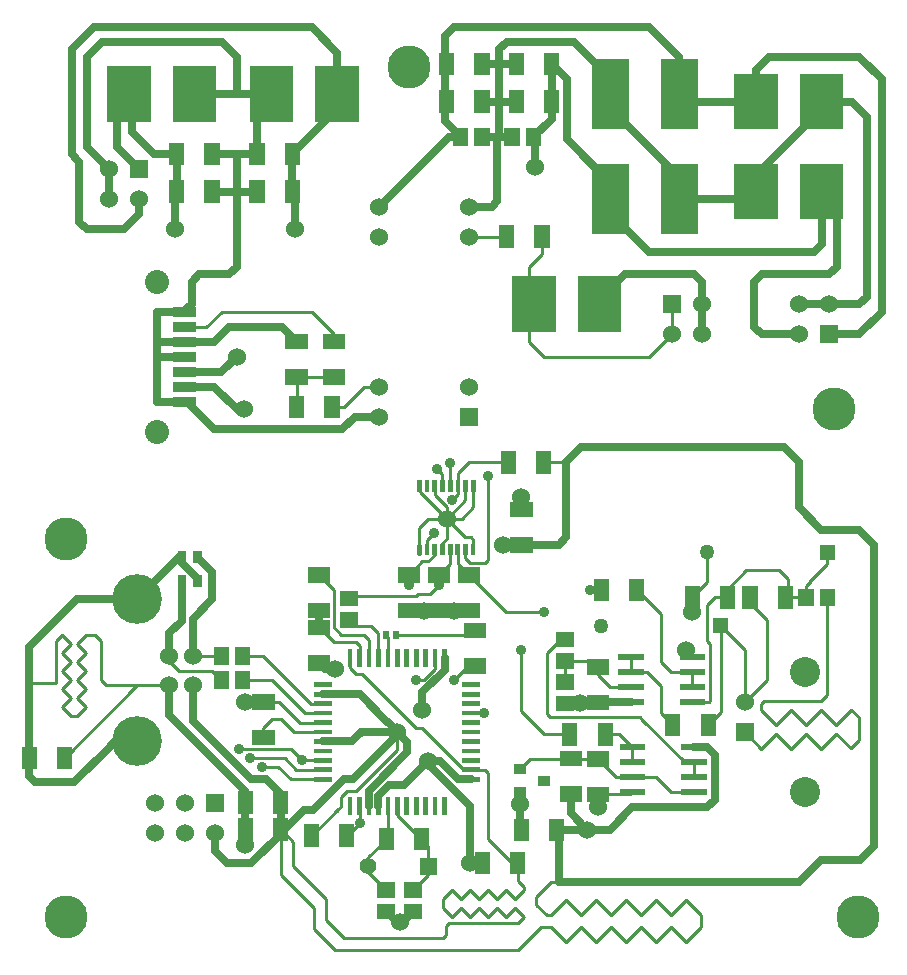
<source format=gbr>
G04 start of page 2 for group 0 idx 0 *
G04 Title: (unknown), component *
G04 Creator: pcb 1.99z *
G04 CreationDate: Tue 15 Oct 2013 04:12:06 PM GMT UTC *
G04 For: commonadmin *
G04 Format: Gerber/RS-274X *
G04 PCB-Dimensions: 600000 500000 *
G04 PCB-Coordinate-Origin: lower left *
%MOIN*%
%FSLAX25Y25*%
%LNTOP*%
%ADD41C,0.0590*%
%ADD40C,0.0380*%
%ADD39C,0.0905*%
%ADD38C,0.0280*%
%ADD37C,0.0300*%
%ADD36C,0.0810*%
%ADD35C,0.1181*%
%ADD34C,0.0200*%
%ADD33C,0.0350*%
%ADD32C,0.1437*%
%ADD31C,0.0360*%
%ADD30R,0.0200X0.0200*%
%ADD29R,0.0340X0.0340*%
%ADD28R,0.0350X0.0350*%
%ADD27R,0.0295X0.0295*%
%ADD26R,0.1230X0.1230*%
%ADD25R,0.0197X0.0197*%
%ADD24R,0.1450X0.1450*%
%ADD23R,0.0160X0.0160*%
%ADD22C,0.0160*%
%ADD21R,0.0157X0.0157*%
%ADD20R,0.0512X0.0512*%
%ADD19C,0.0800*%
%ADD18C,0.0550*%
%ADD17C,0.1660*%
%ADD16C,0.1000*%
%ADD15C,0.0600*%
%ADD14C,0.0500*%
%ADD13C,0.0001*%
%ADD12C,0.0250*%
%ADD11C,0.0100*%
G54D11*X155323Y340446D02*Y333346D01*
X160323Y315746D02*Y343746D01*
X155323Y333346D02*X151423Y329446D01*
X146423Y333446D02*Y331446D01*
X148523Y329446D02*X148323D01*
X148223D02*X148123D01*
X146423Y329546D02*Y322946D01*
X133823Y307346D02*Y310846D01*
X143823Y307346D02*Y310846D01*
X138323Y315346D02*X133823Y310846D01*
X147623Y314646D02*X143823Y310846D01*
X140223Y329446D02*X144723D01*
X142423Y319246D02*Y317446D01*
X140323Y315346D01*
X142323Y324846D02*X141423D01*
X145023Y321546D02*X146423Y322946D01*
X139923Y319246D02*Y322446D01*
X142323Y324846D01*
X140323Y315346D02*X138323D01*
X147623Y319246D02*Y314646D01*
X150123Y319246D02*Y314546D01*
X160323Y315746D02*X160223D01*
X159323Y314846D01*
X154323D01*
X152723Y319246D02*Y316446D01*
X154323Y314846D02*X152723Y316446D01*
X154323Y290846D02*X155823Y292346D01*
Y280537D02*X153513D01*
X148823Y275846D01*
X152723Y340446D02*Y335746D01*
X147423Y330446D02*X152723Y335746D01*
X150223Y337746D02*X148323Y335846D01*
X137423Y340446D02*Y338446D01*
X145423Y330446D01*
X142523Y340446D02*Y337346D01*
X146423Y333446D02*X142523Y337346D01*
X145023Y344546D02*Y340446D01*
X147623Y348246D02*Y340446D01*
X145023Y344546D02*X143323Y346246D01*
X143573Y345996D01*
X150223Y337746D02*Y344746D01*
X146323Y190746D02*X145323Y189746D01*
X151323Y202746D02*X148323Y205746D01*
X145323Y199746D02*X148323Y196746D01*
X151323Y199746D01*
X154323Y196746D01*
X147323Y194746D02*X146323Y193746D01*
Y190746D01*
X169323Y202746D02*X166323Y205746D01*
X163323Y202746D01*
X160323Y205746D01*
X169323Y202746D02*X172323Y205746D01*
X154323Y196746D02*X157323Y199746D01*
X160323Y196746D01*
X163323Y199746D01*
X166323Y196746D01*
X169323Y199746D01*
X172323Y196746D01*
X170323Y194746D01*
X147323D01*
X160323Y222746D02*Y244746D01*
X154693Y245895D02*X159174D01*
X160323Y244746D02*X159174Y245895D01*
X181323Y193346D02*X186323Y188346D01*
X191323Y193346D01*
X196323Y188346D01*
X211323Y197346D02*X206323Y202346D01*
X201323Y197346D01*
X196323Y202346D01*
X191323Y197346D01*
X186323Y202346D01*
X181323Y197346D01*
X179823D01*
X176323Y200846D01*
Y203346D01*
X181323Y208346D02*X176323Y203346D01*
X183823Y208346D02*X181323D01*
Y193346D02*X177923D01*
X170323Y185746D02*X177923Y193346D01*
X160323Y205746D02*X157323Y202746D01*
X154323Y205746D01*
X151323Y202746D01*
G54D12*X158323Y214746D02*Y216746D01*
G54D11*X172323Y205746D02*Y206746D01*
X170323Y208746D01*
Y214556D01*
X170133Y214746D01*
X168323D01*
X160323Y222746D01*
G54D12*X170823Y226346D02*X171323Y225846D01*
X170823Y238346D02*Y226346D01*
G54D11*X174333Y249656D02*X170823Y246146D01*
G54D12*X183823Y208346D02*Y225156D01*
X183133Y225846D01*
X200823D02*X208323Y233346D01*
G54D11*X207698Y237720D02*X208323Y238346D01*
X196381Y249656D02*X174333D01*
X196381D02*X196507Y249530D01*
X196807D02*X196117D01*
X202991Y243346D02*X196807Y249530D01*
G54D12*X187823Y231346D02*X193323Y225846D01*
X187823Y237846D02*Y231346D01*
X196823Y237705D02*X196807Y237720D01*
G54D11*X197433Y238346D02*X196807Y237720D01*
G54D12*X196823Y233346D02*Y237705D01*
G54D11*X196807Y237720D02*X207698D01*
X196323Y188346D02*X201323Y193346D01*
X206323Y188346D01*
X211323Y193346D01*
X216323Y188346D01*
X221323Y193346D01*
Y197346D02*X216323Y202346D01*
X211323Y197346D01*
X221323Y193346D02*X226323Y188346D01*
Y202346D02*X221323Y197346D01*
X226323Y188346D02*X231323Y193346D01*
Y197346D02*X226323Y202346D01*
X231323Y193346D02*Y197346D01*
G54D12*X284323Y215846D02*X288823Y220346D01*
X271323Y215846D02*X284323D01*
X263823Y208346D02*X271323Y215846D01*
X183823Y208346D02*X263823D01*
X200823Y225846D02*X183133D01*
G54D11*X251323Y267846D02*X252323Y268846D01*
X251323Y265846D02*Y267846D01*
X256323Y260846D02*X251323Y265846D01*
X245823Y268346D02*X253323Y275846D01*
X276323Y260846D02*X271323Y265846D01*
Y268846D02*X273323Y270846D01*
X281323Y265846D02*X276323Y260846D01*
X281323Y265846D02*X283823Y263346D01*
Y255846D01*
X281073Y253096D01*
X276323Y257846D01*
G54D12*X288823Y220346D02*Y320846D01*
G54D11*X271323Y252846D02*X276323Y257846D01*
X266323D02*X271323Y252846D01*
X261323D02*X266323Y257846D01*
X256323D02*X261323Y252846D01*
X251323D02*X256323Y257846D01*
X245823Y258346D02*X251323Y252846D01*
X261323Y265846D02*X256323Y260846D01*
X266323D02*X261323Y265846D01*
X271323D02*X266323Y260846D01*
X252323Y268846D02*X271323D01*
X234323D02*Y287846D01*
X237823Y293846D02*Y265037D01*
X228323Y273346D02*Y278346D01*
X234323Y287846D02*X233323Y288846D01*
X217823Y281846D02*Y297846D01*
X228323Y278346D02*X221323D01*
X213323D02*X217823Y273846D01*
X207823Y278346D02*X213323D01*
X207823D02*Y283346D01*
X245823Y285846D02*X237823Y293846D01*
X247513Y301656D02*X253323Y295846D01*
Y275846D01*
X273323Y270846D02*Y303346D01*
X245823Y268346D02*Y285846D01*
X233323Y300846D02*Y288846D01*
X179823Y284846D02*Y264346D01*
X184219Y289243D02*X179823Y284846D01*
X185823Y289243D02*X184219D01*
X185823Y275156D02*Y282156D01*
G54D12*X185745Y289320D02*X185823Y289243D01*
G54D11*X198013Y305846D02*X194323D01*
G54D12*X207823Y268346D02*X186099D01*
G54D11*X196823Y280156D02*Y277346D01*
X194823Y282156D02*X196823Y280156D01*
X185823Y282156D02*X194823D01*
X200823Y273346D02*X196823Y277346D01*
X207823Y273346D02*X200823D01*
G54D12*X186099Y268346D02*X185823Y268070D01*
G54D11*X187498Y257720D02*X178949D01*
X171323Y265346D02*X178949Y257720D01*
X171323Y270846D02*Y285846D01*
Y265346D02*Y271346D01*
X179823Y264346D02*X180823Y263346D01*
X210823D01*
X221323Y278346D02*X217823Y281846D01*
Y264846D02*X221823Y260846D01*
X217823Y273846D02*Y264846D01*
X233823Y268346D02*X234323Y268846D01*
X228323Y268346D02*X233823D01*
X237823Y265037D02*X233633Y260846D01*
G54D12*X233323Y253346D02*X228823D01*
X235823Y250846D02*X233323Y253346D01*
X235823Y235846D02*Y250846D01*
X233323Y233346D02*X235823Y235846D01*
X208323Y233346D02*X233323D01*
G54D11*X225823Y248346D02*X211323Y262846D01*
X228823Y248346D02*X225823D01*
X228823D02*Y243346D01*
X210823Y263346D02*X211573Y262596D01*
X216181Y243346D02*X221181Y238346D01*
X228823D02*X221181D01*
X202991Y243346D02*X216181D01*
X208323Y253346D02*Y248346D01*
X203949Y257720D02*X208323Y253346D01*
X199307Y257720D02*X203949D01*
X147423Y328446D02*X152423Y323446D01*
X148423Y329446D02*X151423D01*
X153823Y348346D02*X150223Y344746D01*
X155223Y322646D02*Y319246D01*
Y322646D02*X154423Y323446D01*
X152423D02*X154423D01*
X137323Y326546D02*X140223Y329446D01*
X137323Y325346D02*Y319246D01*
X145023Y321546D02*Y319246D01*
X137323Y326546D02*Y325246D01*
G54D12*X165323Y320846D02*X171323D01*
X186323Y323346D02*X183823Y320846D01*
X165323D01*
X186323Y348346D02*Y323346D01*
G54D11*Y348346D02*X178823D01*
G54D12*X263823D02*X258823Y353346D01*
X191323D01*
X186323Y348346D01*
G54D11*X167013D02*X153823D01*
G54D12*X263823Y333346D02*Y348346D01*
X271323Y325846D02*X263823Y333346D01*
X283823Y325846D02*X271323D01*
X288823Y320846D02*X283823Y325846D01*
G54D11*X217823Y297846D02*X209823Y305846D01*
X240133Y303346D02*Y306156D01*
X233323Y308346D02*X228323Y303346D01*
X233323Y318346D02*Y308346D01*
X240133Y303346D02*X235823D01*
X233323Y300846D01*
X143823Y307346D02*X140823Y304346D01*
X136823D01*
X136323Y303846D01*
X178823Y298346D02*X166323D01*
G54D12*X153633Y298846D02*X144013D01*
X143823Y299037D01*
X143633Y298846D02*X143823Y299037D01*
G54D11*X150123Y314546D02*X166323Y298346D01*
G54D12*X153633Y298846D02*X153823Y299037D01*
G54D11*X240133Y306156D02*X246323Y312346D01*
X249323D02*X246323D01*
X257323D02*X249133D01*
X260323Y309346D02*X257323Y312346D01*
X247513Y303346D02*Y300037D01*
Y303346D02*Y301656D01*
X266237Y307261D02*X267823Y308846D01*
X266237Y303346D02*Y307261D01*
X273323Y314346D02*X267323Y308346D01*
X273323Y318346D02*Y314346D01*
X260323Y303346D02*Y309346D01*
X266237Y303346D02*X259323D01*
Y301346D01*
X266237Y303346D02*Y304261D01*
X85323Y283746D02*X98323Y270746D01*
X93323Y275746D01*
X114323Y283117D02*X114260Y283180D01*
X116323Y288346D02*X108823D01*
X114260Y283180D02*Y279809D01*
X114823Y303846D02*X113823Y302846D01*
X115823Y293846D02*X113823Y295846D01*
X115237Y304346D02*X113823Y302932D01*
X114737Y303846D02*X113823Y302932D01*
G54D12*X103823Y293346D02*Y299037D01*
G54D11*X108823Y288346D02*X103823Y293346D01*
X111323Y290846D02*X108823Y293346D01*
Y305846D01*
X103823Y310846D01*
G54D12*X109323Y279346D02*X106013D01*
X103823Y281537D01*
G54D11*X88323Y275746D02*X78409D01*
G54D12*X85323Y268556D02*X79323D01*
G54D11*X85323Y256746D02*Y259746D01*
G54D12*X105323Y271093D02*X109976D01*
X110323D02*X117409D01*
G54D11*X114260Y279809D02*X116323Y277746D01*
X118323D01*
X101126Y267943D02*X97323Y271746D01*
X99275Y264794D02*X88323Y275746D01*
X95575Y258494D02*X91323Y262746D01*
X85425Y268454D02*X85323Y268556D01*
X90513D01*
X97425Y261644D01*
X85323Y259746D02*X88323Y262746D01*
X91323D01*
G54D12*X43323Y302746D02*X23323D01*
G54D11*X26323Y278746D02*X23323Y281746D01*
X26323Y284746D01*
X23323Y287746D01*
X26323Y290746D01*
X29323D01*
X31323Y288746D02*Y275746D01*
G54D12*X23323Y302746D02*X7323Y286746D01*
G54D11*X16323Y274746D02*X7323D01*
X16323D02*Y288746D01*
X18323Y290746D01*
X21323Y287746D01*
X18323Y284746D01*
X21323Y281746D01*
X18323Y278746D01*
X21323Y275746D01*
X18323Y272746D01*
X26323D02*X23323Y275746D01*
X26323Y278746D01*
G54D12*X58205Y308746D02*Y295628D01*
X61823Y296246D02*X68323Y302746D01*
Y311746D01*
X63323Y316746D01*
Y308746D02*Y309746D01*
X58205Y316746D02*Y314865D01*
X63323Y309746D02*X58205Y314865D01*
Y316746D02*X57323D01*
X43323Y302746D01*
G54D11*X29323Y290746D02*X31323Y288746D01*
X32923Y274146D02*X31323Y275746D01*
G54D12*X61823Y274146D02*Y262246D01*
G54D11*X54023Y274146D02*X32923D01*
G54D12*X54023D02*Y264046D01*
Y283946D02*Y291446D01*
X61823Y283946D02*Y296246D01*
X58205Y295628D02*X54023Y291446D01*
G54D11*Y283946D02*Y282046D01*
X57323Y278746D01*
X68323D01*
X71323Y275746D01*
X61823Y283946D02*X71123D01*
X71323Y283746D01*
X78409D02*X85323D01*
G54D12*X61823Y262246D02*X81323Y242746D01*
X79323Y238746D02*X54023Y264046D01*
G54D11*X18323Y272746D02*X21323Y269746D01*
X23323D02*X26323Y272746D01*
X21323Y269746D02*X18323Y266746D01*
X21323Y263746D01*
X23323D01*
X26323Y266746D01*
X23323Y269746D01*
X19133Y249746D02*Y249956D01*
G54D12*X7323Y286746D02*Y243746D01*
X9323Y241746D01*
X22323D01*
G54D11*X19133Y249956D02*X43323Y274146D01*
G54D12*X22323Y241746D02*X33823Y253246D01*
X35923Y255346D02*X33573Y252996D01*
X43323Y255346D02*X35923D01*
G54D11*X117409Y233809D02*Y228243D01*
X101548Y223972D02*X110323Y232746D01*
X113323Y238746D02*X111323Y236746D01*
Y233746D01*
X109823Y232246D01*
G54D12*X123708Y233809D02*Y237131D01*
X127323Y240746D01*
X120559Y233809D02*Y238982D01*
X92523Y226046D02*X98823Y232346D01*
X101923D01*
G54D11*X106323Y202746D02*Y195746D01*
X112323Y189746D01*
X109323Y185746D02*X102323Y192746D01*
Y199746D01*
X112323Y189746D02*X145323D01*
X170323Y185746D02*X109323D01*
G54D12*X126323Y198746D02*X127283D01*
X129848Y195221D02*X126323Y198746D01*
X129848Y195221D02*X131798D01*
X135323Y198746D01*
G54D11*X126323Y205832D02*X120323Y211832D01*
Y216746D01*
X145323Y202746D02*Y199746D01*
X106323Y202746D02*X95323Y213746D01*
Y221856D01*
X91133Y226046D02*Y210937D01*
X102323Y199746D02*X91133Y210937D01*
X140323Y210832D02*X135323Y205832D01*
X140323Y210832D02*Y220556D01*
X148323Y205746D02*X145323Y202746D01*
X126858Y233809D02*Y223281D01*
X130008Y233809D02*Y230871D01*
X140323Y220556D02*X130008Y230871D01*
G54D12*X154323Y214746D02*Y233746D01*
X140323Y247746D02*X154323Y233746D01*
X126756Y261746D02*X133323Y255180D01*
G54D11*X130008Y252431D02*Y259431D01*
G54D12*X130039Y258463D02*X118039D01*
G54D11*X136323Y259746D02*X118323Y277746D01*
G54D12*X117409Y271093D02*X126539Y261963D01*
X133323Y251746D02*Y255180D01*
G54D11*X138323Y259746D02*X136323D01*
G54D12*X132323Y240746D02*X140323Y248746D01*
Y247746D01*
G54D11*X152174Y245895D02*X138323Y259746D01*
G54D12*X154693Y242746D02*X150323D01*
X140323Y248746D02*X144323D01*
X150323Y242746D02*X144323Y248746D01*
G54D11*X154693Y264793D02*X158776D01*
X158823Y264746D01*
G54D12*X145756Y283180D02*Y279180D01*
X138323Y271746D01*
Y265746D01*
G54D11*X142607Y283180D02*Y279630D01*
X138823Y275846D01*
X136323D01*
G54D12*X79323Y226046D02*Y236046D01*
Y235046D02*Y238746D01*
X81323Y242746D02*X86323D01*
X81323Y214746D02*X73323D01*
X69323Y218746D01*
Y224746D01*
G54D11*Y223846D01*
G54D12*X86323Y242746D02*X91133Y237937D01*
G54D11*X90323Y246846D02*X94423Y242746D01*
G54D12*X91133Y226237D02*Y237937D01*
Y224746D02*Y224556D01*
X81323Y214746D01*
G54D11*X95323Y221856D02*X91133Y226046D01*
G54D12*X92523D01*
G54D11*X84823Y246846D02*X90323D01*
X80823Y249746D02*X92423D01*
X96273Y245896D02*X92423Y249746D01*
X77323Y252746D02*X94423D01*
X105323Y267943D02*X101126D01*
X105323Y264794D02*X99275D01*
X105323Y261644D02*X97425D01*
X105323Y258494D02*X95575D01*
G54D12*X114922Y255345D02*X118039Y258463D01*
G54D11*X130008Y252431D02*X116323Y238746D01*
X113323D01*
G54D12*X130008Y257431D02*X115323Y242746D01*
X112323D01*
X118039Y258463D02*X117823Y258246D01*
X120559Y238982D02*X133323Y251746D01*
X127323Y240746D02*X132323D01*
G54D11*X120323Y216746D02*X126858Y223281D01*
X117409Y228243D02*X113138Y223972D01*
X101328D02*X101548D01*
G54D12*X105323Y255345D02*X114922D01*
G54D11*X105323Y242746D02*X94423D01*
X105323Y245896D02*X96273D01*
X105323Y249046D02*X98123D01*
X94423Y252746D02*X98123Y249046D01*
G54D12*X101923Y232346D02*X112323Y242746D01*
G54D11*X123709Y283180D02*Y289132D01*
X120560Y283180D02*Y289109D01*
X123709Y289461D02*Y291461D01*
X117410Y283180D02*Y287259D01*
X116323Y288346D01*
X118823Y290846D02*X120560Y289109D01*
X118823Y290846D02*X111323D01*
X123709Y291461D02*X121323Y293846D01*
X115823D01*
X136323Y303846D02*X114737D01*
G54D12*X134013Y298846D02*X133823Y299037D01*
X134013Y298846D02*X143633D01*
G54D11*X126859Y283180D02*Y290311D01*
X126323Y290846D01*
X129471D02*X154323D01*
G54D12*X49737Y383602D02*X58937D01*
X49737Y398602D02*Y368602D01*
X49837Y368502D02*X49737Y368602D01*
X49837Y368502D02*X59837D01*
X58937Y398602D02*X59037Y398502D01*
X58937Y383602D02*X59037Y383502D01*
Y373502D02*X69037D01*
X59037Y378502D02*X71337D01*
X59037Y388502D02*X68837D01*
X49737Y388602D02*X58937D01*
X59037Y388502D01*
X49737Y398602D02*X58937D01*
X59037Y398502D02*Y398702D01*
X61437Y401102D01*
Y408602D01*
X63937Y411102D01*
X73937D01*
X76437Y413602D01*
X83247Y451102D02*X68247D01*
X63237Y471102D02*X88237D01*
X76437Y483602D02*Y471102D01*
X83247Y451102D02*Y466112D01*
X88237Y471102D01*
X95747Y426102D02*Y437912D01*
X76437Y451102D02*Y413602D01*
X95747Y437912D02*X95057Y438602D01*
X110037Y466082D02*X95057Y451102D01*
Y438602D02*Y451102D01*
X110037Y466082D02*Y485002D01*
X68247Y438602D02*X83247D01*
X55747Y426102D02*Y437912D01*
X56437Y438602D01*
Y451102D01*
X48937D01*
X41437Y458602D02*X48937Y451102D01*
X33937Y446102D02*Y436102D01*
Y446102D02*X26437Y453602D01*
X43937Y446102D02*X36437Y453602D01*
X23937Y428602D02*Y448602D01*
X21437Y451102D01*
X43937Y436102D02*Y431102D01*
X38937Y426102D01*
X26437D01*
X23937Y428602D01*
G54D11*X108247Y366793D02*X112127D01*
X108937Y388602D02*Y391102D01*
X123937Y373602D02*X118937D01*
X112127Y366793D02*X118937Y373602D01*
X96437Y366793D02*Y376793D01*
X108937D01*
X101437Y398602D02*X108937Y391102D01*
G54D12*X123937Y363602D02*X115795D01*
X111551Y359358D01*
X69037Y373502D02*X76437Y366102D01*
X78937D01*
X71337Y378502D02*X76437Y383602D01*
X68837Y388502D02*X73937Y393602D01*
G54D11*X66337Y393502D02*X71437Y398602D01*
G54D12*X73937Y393602D02*X91437D01*
G54D11*X59037Y393502D02*X66337D01*
X71437Y398602D02*X101437D01*
G54D12*X91437Y393602D02*X96437Y388602D01*
X111551Y359358D02*X68981D01*
X59837Y368502D02*X68981Y359358D01*
X31437Y488602D02*X71437D01*
X76437Y483602D01*
X41437Y471102D02*Y458602D01*
X26437Y453602D02*Y483602D01*
X36437Y453602D02*Y466102D01*
X41437Y471102D01*
X26437Y483602D02*X31437Y488602D01*
X21437Y451102D02*Y486102D01*
X28937Y493602D01*
X101437D01*
X110037Y485002D01*
G54D11*X153937Y423602D02*X166437D01*
G54D12*X163247Y435412D02*X161437Y433602D01*
X158247Y456793D02*X168247D01*
X163247Y435412D02*Y456102D01*
X163937Y456793D01*
X158247Y481102D02*X169627D01*
Y468602D02*X158247D01*
X163937Y486102D02*Y456793D01*
X145747Y490412D02*Y462206D01*
X151161Y456793D02*X145747Y462206D01*
X151161Y456793D02*X147127D01*
X123937Y433602D02*X147127Y456793D01*
X200937Y441602D02*X186437Y456102D01*
X223937Y436102D02*Y443602D01*
X200937Y466602D01*
Y470602D02*Y476602D01*
X223937Y471102D02*Y483602D01*
X213937Y493602D01*
X249637Y438602D02*Y444302D01*
X271437Y466102D02*X249637Y444302D01*
X223937Y436102D02*X247137D01*
X249637Y438602D01*
X213937Y418602D02*X268937D01*
X271437Y421102D01*
Y438602D01*
Y468602D02*Y466102D01*
X249637Y468602D02*X226437D01*
X249637D02*Y479302D01*
X253937Y483602D02*X249637Y479302D01*
G54D11*X178247Y423602D02*Y417912D01*
X173937Y413602D01*
G54D12*X200937Y441602D02*Y431602D01*
Y476602D02*X188937Y488602D01*
X166437D01*
X163937Y486102D01*
X213937Y493602D02*X148937D01*
X145747Y490412D01*
X200937Y431602D02*X213937Y418602D01*
X186437Y456102D02*Y476102D01*
X200937Y471102D02*Y466602D01*
X181437Y481102D02*Y462896D01*
X175747Y446793D02*Y456378D01*
X181437Y462896D02*X175333Y456793D01*
X186437Y476102D02*X181437Y481102D01*
X175747Y456378D02*X175333Y456793D01*
G54D11*X173937Y413602D02*Y388602D01*
X178937Y383602D01*
X213937D01*
G54D12*X161437Y433602D02*X153937D01*
X205737Y411102D02*X195737Y401102D01*
G54D11*X213937Y383602D02*X221437Y391102D01*
Y401102D01*
G54D12*X231437Y391102D02*Y408602D01*
X228937Y411102D02*X205737D01*
X231437Y408602D02*X228937Y411102D01*
X283937Y391102D02*X273937D01*
X263937Y401102D02*X283937D01*
X286437Y403602D01*
Y463602D01*
X271437Y468602D02*X281437D01*
X286437Y463602D02*X281437Y468602D01*
X273937Y411102D02*X276437Y413602D01*
Y433602D01*
X271437Y438602D01*
X283937Y391102D02*X291437Y398602D01*
Y476102D01*
X283937Y483602D01*
X263937Y391102D02*X251437D01*
X248937Y393602D01*
Y408602D01*
X251437Y411102D01*
X273937D01*
X226437Y468602D02*X223937Y471102D01*
X283937Y483602D02*X253937D01*
G54D13*G36*
X235323Y296346D02*Y291346D01*
X240323D01*
Y296346D01*
X235323D01*
G37*
G54D14*X197823Y293846D03*
G54D13*G36*
X242823Y261346D02*Y255346D01*
X248823D01*
Y261346D01*
X242823D01*
G37*
G54D15*X245823Y268346D03*
G54D16*X265823Y278346D03*
Y238346D03*
G54D13*G36*
X270823Y320846D02*Y315846D01*
X275823D01*
Y320846D01*
X270823D01*
G37*
G54D14*X233323Y318346D03*
G54D13*G36*
X137573Y216496D02*Y210996D01*
X143073D01*
Y216496D01*
X137573D01*
G37*
G54D15*X54023Y274146D03*
Y283946D03*
X61823D03*
Y274146D03*
G54D17*X43323Y255346D03*
Y302746D03*
G54D18*X120323Y213746D03*
G54D13*G36*
X66323Y237746D02*Y231746D01*
X72323D01*
Y237746D01*
X66323D01*
G37*
G54D15*X69323Y224746D03*
X59323D03*
X49323D03*
X59323Y234746D03*
X49323D03*
G54D19*X49737Y408602D03*
Y358402D03*
G54D13*G36*
X40937Y449102D02*Y443102D01*
X46937D01*
Y449102D01*
X40937D01*
G37*
G54D15*X33937Y446102D03*
Y436102D03*
X43937D03*
G54D13*G36*
X218437Y404102D02*Y398102D01*
X224437D01*
Y404102D01*
X218437D01*
G37*
G54D15*X231437Y401102D03*
X273937D03*
X263937D03*
X221437Y391102D03*
X231437D03*
G54D13*G36*
X270937Y394102D02*Y388102D01*
X276937D01*
Y394102D01*
X270937D01*
G37*
G54D15*X263937Y391102D03*
G54D13*G36*
X150937Y366602D02*Y360602D01*
X156937D01*
Y366602D01*
X150937D01*
G37*
G54D15*X153937Y373602D03*
X123937D03*
Y363602D03*
X153937Y423602D03*
Y433602D03*
X123937D03*
Y423602D03*
G54D20*X101328Y225153D02*Y222791D01*
X113138Y225153D02*Y222791D01*
X125930Y198746D02*X126716D01*
X125930Y205832D02*X126716D01*
X126323Y223927D02*Y221565D01*
G54D21*X114260Y236022D02*Y231596D01*
X117409Y236022D02*Y231596D01*
X120559Y236022D02*Y231596D01*
X123708Y236022D02*Y231596D01*
X126858Y236022D02*Y231596D01*
X130008Y236022D02*Y231596D01*
G54D20*X158323Y215927D02*Y213565D01*
X170133Y215927D02*Y213565D01*
X134930Y198746D02*X135716D01*
X134930Y205832D02*X135716D01*
X138133Y223927D02*Y221565D01*
G54D21*X133157Y236022D02*Y231596D01*
X136307Y236022D02*Y231596D01*
X139456Y236022D02*Y231596D01*
X142606Y236022D02*Y231596D01*
X145756Y236022D02*Y231596D01*
G54D20*X171323Y227027D02*Y224665D01*
X183133Y227027D02*Y224665D01*
G54D22*X137323Y320346D02*Y318146D01*
G54D23*X139923Y320346D02*Y318146D01*
X142423Y320346D02*Y318146D01*
X145023Y320346D02*Y318146D01*
G54D20*X142642Y299036D02*X145004D01*
X142642Y310846D02*X145004D01*
G54D23*X147623Y320346D02*Y318146D01*
X150123Y320346D02*Y318146D01*
X152723Y320346D02*Y318146D01*
X155223Y320346D02*Y318146D01*
G54D20*X152642Y299036D02*X155004D01*
X152642Y310846D02*X155004D01*
X154642Y292346D02*X157004D01*
G54D21*X145756Y285392D02*Y280966D01*
X142607Y285392D02*Y280966D01*
X139457Y285392D02*Y280966D01*
G54D23*X155323Y341546D02*Y339346D01*
X152723Y341546D02*Y339346D01*
X150223Y341546D02*Y339346D01*
X147623Y341546D02*Y339346D01*
X145023Y341546D02*Y339346D01*
X142523Y341546D02*Y339346D01*
X139923Y341546D02*Y339346D01*
X137423Y341546D02*Y339346D01*
G54D20*X170142Y332657D02*X172504D01*
X166437Y424783D02*Y422421D01*
X178247Y424783D02*Y422421D01*
G54D24*X197337Y403102D02*Y399102D01*
X175537Y403102D02*Y399102D01*
G54D20*X170142Y320847D02*X172504D01*
X178823Y349527D02*Y347165D01*
X167013Y349527D02*Y347165D01*
G54D25*X126323Y291239D02*Y290453D01*
X129471Y291239D02*Y290453D01*
G54D20*X132642Y299036D02*X135004D01*
X132642Y310846D02*X135004D01*
G54D21*X136308Y285392D02*Y280966D01*
X133158Y285392D02*Y280966D01*
X130008Y285392D02*Y280966D01*
X126859Y285392D02*Y280966D01*
X123709Y285392D02*Y280966D01*
X120560Y285392D02*Y280966D01*
X117410Y285392D02*Y280966D01*
G54D20*X158247Y482283D02*Y479921D01*
X146437Y482283D02*Y479921D01*
X158247Y469783D02*Y467421D01*
X146437Y469783D02*Y467421D01*
X181437Y469783D02*Y467421D01*
G54D26*X223937Y476702D02*Y465502D01*
X200937Y476702D02*Y465502D01*
G54D24*X249637Y470602D02*Y466602D01*
X271437Y470602D02*Y466602D01*
G54D20*X181437Y482283D02*Y479921D01*
X169627Y469783D02*Y467421D01*
Y482283D02*Y479921D01*
X158247Y457186D02*Y456400D01*
X151161Y457186D02*Y456400D01*
X175333Y457186D02*Y456400D01*
X168247Y457186D02*Y456400D01*
G54D26*X223937Y441702D02*Y430502D01*
X200937Y441702D02*Y430502D01*
G54D24*X249637Y440602D02*Y436602D01*
X271437Y440602D02*Y436602D01*
G54D27*X63323Y309238D02*Y308254D01*
X58205Y309238D02*Y308254D01*
Y317238D02*Y316254D01*
X63323Y317238D02*Y316254D01*
G54D20*X79323Y236227D02*Y233865D01*
X91133Y236227D02*Y233865D01*
X79323Y227227D02*Y224865D01*
X91133Y227227D02*Y224865D01*
X84142Y268557D02*X86504D01*
X84142Y256747D02*X86504D01*
X71323Y276139D02*Y275353D01*
X78409Y276139D02*Y275353D01*
X71323Y284139D02*Y283353D01*
X78409Y284139D02*Y283353D01*
G54D21*X103110Y271093D02*X107536D01*
X103110Y267943D02*X107536D01*
X103110Y264794D02*X107536D01*
X103110Y261644D02*X107536D01*
X103110Y258494D02*X107536D01*
X103110Y255345D02*X107536D01*
X103110Y252195D02*X107536D01*
X103110Y249046D02*X107536D01*
X103110Y245896D02*X107536D01*
X103110Y242746D02*X107536D01*
G54D20*X7323Y250927D02*Y248565D01*
X19133Y250927D02*Y248565D01*
X113430Y295846D02*X114216D01*
X113430Y302932D02*X114216D01*
X102642Y299036D02*X105004D01*
X102642Y310846D02*X105004D01*
X102642Y281536D02*X105004D01*
G54D21*X103110Y274242D02*X107536D01*
G54D20*X102642Y293346D02*X105004D01*
G54D21*X114260Y285392D02*Y280966D01*
G54D28*X56887Y368502D02*X61187D01*
X56887Y373502D02*X61187D01*
X56887Y378502D02*X61187D01*
X56887Y383502D02*X61187D01*
X56887Y388502D02*X61187D01*
G54D20*X95256Y388602D02*X97618D01*
X107756D02*X110118D01*
G54D28*X56887Y393502D02*X61187D01*
X56887Y398502D02*X61187D01*
G54D20*X96437Y367974D02*Y365612D01*
X108247Y367974D02*Y365612D01*
X95256Y376792D02*X97618D01*
X107756D02*X110118D01*
X95057Y452283D02*Y449921D01*
X83247Y452283D02*Y449921D01*
Y439783D02*Y437421D01*
X95057Y439783D02*Y437421D01*
X68247Y452283D02*Y449921D01*
X56437Y452283D02*Y449921D01*
Y439783D02*Y437421D01*
X68247Y439783D02*Y437421D01*
G54D24*X88037Y473102D02*Y469102D01*
X109837Y473102D02*Y469102D01*
X40537Y473102D02*Y469102D01*
X62337Y473102D02*Y469102D01*
G54D21*X152480Y242746D02*X156906D01*
X152480Y245895D02*X156906D01*
X152480Y249045D02*X156906D01*
X152480Y264793D02*X156906D01*
X152480Y267942D02*X156906D01*
X152480Y271092D02*X156906D01*
X152480Y274242D02*X156906D01*
G54D20*X154642Y280536D02*X157004D01*
G54D21*X152480Y252194D02*X156906D01*
X152480Y255344D02*X156906D01*
X152480Y258494D02*X156906D01*
X152480Y261643D02*X156906D01*
G54D20*X199308Y258901D02*Y256539D01*
X187498Y258901D02*Y256539D01*
X195626Y237721D02*X197988D01*
X195626Y249531D02*X197988D01*
X186642Y249657D02*X189004D01*
X186642Y237847D02*X189004D01*
X195642Y268347D02*X198004D01*
X185430Y268070D02*X186216D01*
X185430Y275156D02*X186216D01*
G54D29*X170523Y246146D02*X171123D01*
X170523Y238346D02*X171123D01*
X178723Y242246D02*X179323D01*
G54D20*X195642Y280157D02*X198004D01*
X185430Y282157D02*X186216D01*
X185430Y289243D02*X186216D01*
G54D30*X204573Y283346D02*X211073D01*
X204573Y278346D02*X211073D01*
G54D20*X209823Y307027D02*Y304665D01*
X198013Y307027D02*Y304665D01*
G54D30*X204573Y273346D02*X211073D01*
X225073D02*X231573D01*
X225073Y278346D02*X231573D01*
X225073Y283346D02*X231573D01*
G54D20*X228323Y304527D02*Y302165D01*
X240133Y304527D02*Y302165D01*
X247512Y304527D02*Y302165D01*
X259322Y304527D02*Y302165D01*
X266237Y303739D02*Y302953D01*
X273323Y303739D02*Y302953D01*
X221823Y262027D02*Y259665D01*
G54D30*X205073Y253346D02*X211573D01*
G54D20*X233633Y262027D02*Y259665D01*
G54D30*X204573Y268346D02*X211073D01*
X225073D02*X231573D01*
X205073Y248346D02*X211573D01*
X205073Y243346D02*X211573D01*
X205073Y238346D02*X211573D01*
X225573D02*X232073D01*
X225573Y243346D02*X232073D01*
X225573Y248346D02*X232073D01*
X225573Y253346D02*X232073D01*
G54D15*X130008Y258494D03*
X138323Y265746D03*
X140323Y248746D03*
G54D31*X148823Y275846D03*
X136323D03*
X117409Y228243D03*
G54D15*X154323Y214746D03*
X130808Y195221D03*
G54D32*X19685Y196850D03*
G54D31*X158823Y264746D03*
G54D15*X190823Y268170D03*
X193323Y225846D03*
G54D32*X283465Y196850D03*
G54D15*X170823Y234346D03*
G54D31*X171323Y285846D03*
G54D15*X196823Y233346D03*
X79323Y268556D03*
G54D31*X77323Y252746D03*
G54D15*X109323Y279346D03*
G54D31*X80823Y249746D03*
X84823Y246846D03*
X98123Y249046D03*
G54D15*X79323Y220746D03*
X78937Y366102D03*
X76437Y383602D03*
G54D32*X19685Y322835D03*
G54D15*X95747Y426102D03*
X55747D03*
G54D31*X147623Y348246D03*
G54D15*X146423Y329546D03*
G54D31*X148323Y335846D03*
X142323Y324846D03*
X143323Y346246D03*
G54D32*X133858Y480315D03*
G54D31*X160323Y343746D03*
G54D15*X165323Y320846D03*
X171323Y336846D03*
X175747Y446793D03*
G54D31*X143823Y307346D03*
X133823D03*
G54D15*X138823Y298846D03*
X148823D03*
G54D31*X194323Y305846D03*
X178823Y298346D03*
G54D15*X228323D03*
X226323Y285846D03*
G54D32*X275591Y366142D03*
G54D33*G54D34*G54D33*G54D35*G54D34*G54D33*G54D35*G54D33*G54D34*G54D33*G54D34*G54D33*G54D34*G54D33*G54D35*G54D33*G54D34*G54D33*G54D34*G54D35*G54D34*G54D33*G54D34*G54D33*G54D34*G54D33*G54D35*G54D34*G54D33*G54D36*G54D34*G54D37*G54D38*G54D39*G54D37*G54D40*G54D41*G54D40*G54D38*M02*

</source>
